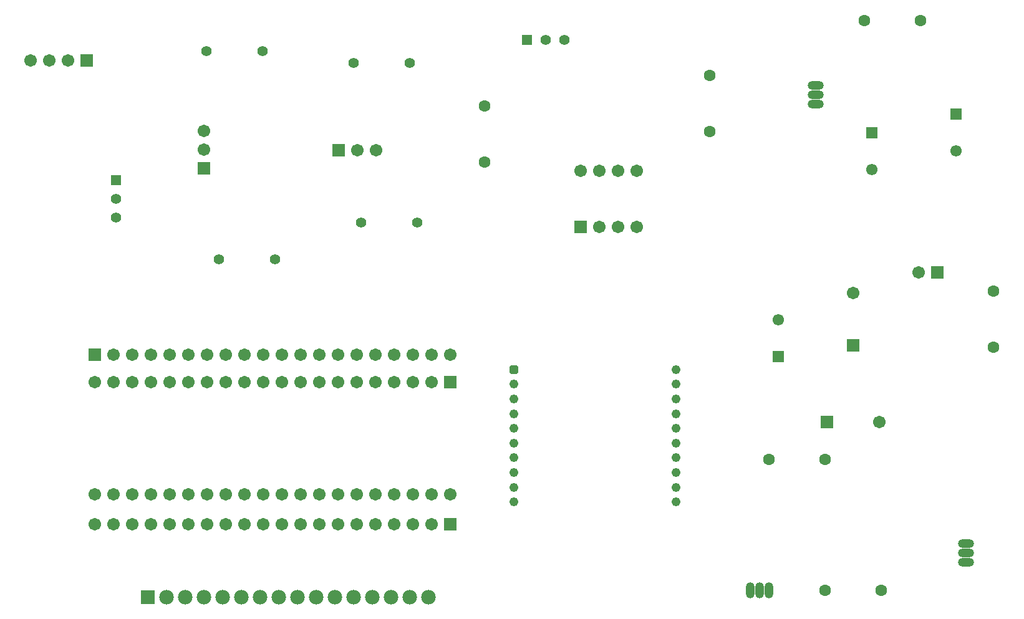
<source format=gbs>
G04 Layer_Color=16711935*
%FSLAX25Y25*%
%MOIN*%
G70*
G01*
G75*
%ADD35C,0.06312*%
%ADD36C,0.06706*%
%ADD37R,0.06706X0.06706*%
%ADD38O,0.08674X0.04737*%
%ADD39O,0.08674X0.04737*%
%ADD40C,0.06115*%
%ADD41R,0.06115X0.06115*%
%ADD42R,0.06706X0.06706*%
%ADD43O,0.04737X0.08674*%
%ADD44O,0.04737X0.08674*%
%ADD45R,0.05524X0.05524*%
%ADD46C,0.05524*%
%ADD47R,0.05524X0.05524*%
G04:AMPARAMS|DCode=48|XSize=48mil|YSize=48mil|CornerRadius=14mil|HoleSize=0mil|Usage=FLASHONLY|Rotation=0.000|XOffset=0mil|YOffset=0mil|HoleType=Round|Shape=RoundedRectangle|*
%AMROUNDEDRECTD48*
21,1,0.04800,0.02000,0,0,0.0*
21,1,0.02000,0.04800,0,0,0.0*
1,1,0.02800,0.01000,-0.01000*
1,1,0.02800,-0.01000,-0.01000*
1,1,0.02800,-0.01000,0.01000*
1,1,0.02800,0.01000,0.01000*
%
%ADD48ROUNDEDRECTD48*%
%ADD49C,0.04800*%
%ADD50R,0.07800X0.07800*%
%ADD51C,0.07800*%
D35*
X497400Y-321600D02*
D03*
X467400D02*
D03*
X405500Y-76100D02*
D03*
Y-46100D02*
D03*
X518300Y-17000D02*
D03*
X488300D02*
D03*
X557400Y-161600D02*
D03*
Y-191600D02*
D03*
X437400Y-251600D02*
D03*
X467400D02*
D03*
X285300Y-92500D02*
D03*
Y-62500D02*
D03*
D36*
X227200Y-86300D02*
D03*
X217200D02*
D03*
X266900Y-195600D02*
D03*
X256900D02*
D03*
X246900D02*
D03*
X236900D02*
D03*
X226900D02*
D03*
X216900D02*
D03*
X206900D02*
D03*
X196900D02*
D03*
X186900D02*
D03*
X176900D02*
D03*
X166900D02*
D03*
X156900D02*
D03*
X146900D02*
D03*
X136900D02*
D03*
X126900D02*
D03*
X116900D02*
D03*
X106900D02*
D03*
X96900D02*
D03*
X86900D02*
D03*
X482400Y-162624D02*
D03*
X496376Y-231600D02*
D03*
X42700Y-38100D02*
D03*
X52700D02*
D03*
X62700D02*
D03*
X135200Y-85800D02*
D03*
Y-75800D02*
D03*
X517400Y-151600D02*
D03*
X76900Y-286242D02*
D03*
X86900D02*
D03*
X96900D02*
D03*
X106900D02*
D03*
X116900D02*
D03*
X126900D02*
D03*
X136900D02*
D03*
X146900D02*
D03*
X156900D02*
D03*
X166900D02*
D03*
X176900D02*
D03*
X186900D02*
D03*
X196900D02*
D03*
X206900D02*
D03*
X216900D02*
D03*
X226900D02*
D03*
X236900D02*
D03*
X246900D02*
D03*
X256900D02*
D03*
X76900Y-270100D02*
D03*
X86900D02*
D03*
X96900D02*
D03*
X106900D02*
D03*
X116900D02*
D03*
X126900D02*
D03*
X136900D02*
D03*
X146900D02*
D03*
X156900D02*
D03*
X166900D02*
D03*
X176900D02*
D03*
X186900D02*
D03*
X196900D02*
D03*
X206900D02*
D03*
X216900D02*
D03*
X226900D02*
D03*
X236900D02*
D03*
X246900D02*
D03*
X256900D02*
D03*
X266900D02*
D03*
X76900Y-210100D02*
D03*
X86900D02*
D03*
X96900D02*
D03*
X106900D02*
D03*
X116900D02*
D03*
X126900D02*
D03*
X136900D02*
D03*
X146900D02*
D03*
X156900D02*
D03*
X166900D02*
D03*
X176900D02*
D03*
X186900D02*
D03*
X196900D02*
D03*
X206900D02*
D03*
X216900D02*
D03*
X226900D02*
D03*
X236900D02*
D03*
X246900D02*
D03*
X256900D02*
D03*
X346800Y-127100D02*
D03*
X356800D02*
D03*
X366800D02*
D03*
X336800Y-97100D02*
D03*
X346800D02*
D03*
X356800D02*
D03*
X366800D02*
D03*
D37*
X207200Y-86300D02*
D03*
X76900Y-195600D02*
D03*
X468424Y-231600D02*
D03*
X72700Y-38100D02*
D03*
X527400Y-151600D02*
D03*
X266900Y-286242D02*
D03*
D38*
X542700Y-296600D02*
D03*
Y-301600D02*
D03*
X462400Y-61600D02*
D03*
Y-56600D02*
D03*
D39*
X542700Y-306600D02*
D03*
X462400Y-51600D02*
D03*
D40*
X492400Y-96443D02*
D03*
X537400Y-86443D02*
D03*
X442400Y-176757D02*
D03*
D41*
X492400Y-76757D02*
D03*
X537400Y-66757D02*
D03*
X442400Y-196443D02*
D03*
D42*
X482400Y-190576D02*
D03*
X135200Y-95800D02*
D03*
X266900Y-210100D02*
D03*
X336800Y-127100D02*
D03*
D43*
X437400Y-321600D02*
D03*
X432400D02*
D03*
D44*
X427400D02*
D03*
D45*
X307900Y-27200D02*
D03*
D46*
X317900D02*
D03*
X327900D02*
D03*
X88300Y-112100D02*
D03*
Y-122100D02*
D03*
X143300Y-144700D02*
D03*
X173300D02*
D03*
X166500Y-33300D02*
D03*
X136500D02*
D03*
X245300Y-39400D02*
D03*
X215300D02*
D03*
X219300Y-125000D02*
D03*
X249300D02*
D03*
D47*
X88300Y-102100D02*
D03*
D48*
X300900Y-203450D02*
D03*
D49*
Y-211324D02*
D03*
Y-219198D02*
D03*
Y-227073D02*
D03*
Y-234947D02*
D03*
Y-242821D02*
D03*
Y-250695D02*
D03*
Y-258569D02*
D03*
Y-266443D02*
D03*
Y-274317D02*
D03*
X387514D02*
D03*
Y-266443D02*
D03*
Y-258569D02*
D03*
Y-250695D02*
D03*
Y-242821D02*
D03*
Y-234947D02*
D03*
Y-227073D02*
D03*
Y-219198D02*
D03*
Y-211324D02*
D03*
Y-203450D02*
D03*
D50*
X105400Y-325100D02*
D03*
D51*
X115400D02*
D03*
X125400D02*
D03*
X135400D02*
D03*
X145400D02*
D03*
X155400D02*
D03*
X165400D02*
D03*
X175400D02*
D03*
X185400D02*
D03*
X195400D02*
D03*
X205400D02*
D03*
X215400D02*
D03*
X225400D02*
D03*
X235400D02*
D03*
X245400D02*
D03*
X255400D02*
D03*
M02*

</source>
